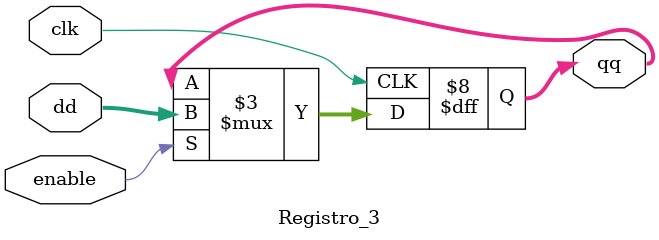
<source format=v>
`timescale 1ns / 1ps
module Registro_3(input wire clk, enable ,input wire [11:0] dd , output  reg [11:0] qq);
	 
reg [11:0] datain;

 
always@(posedge clk)
begin

	if (enable) begin 
	
	datain=dd;
	qq = datain; end
   else begin qq = qq; end 
end

endmodule

</source>
